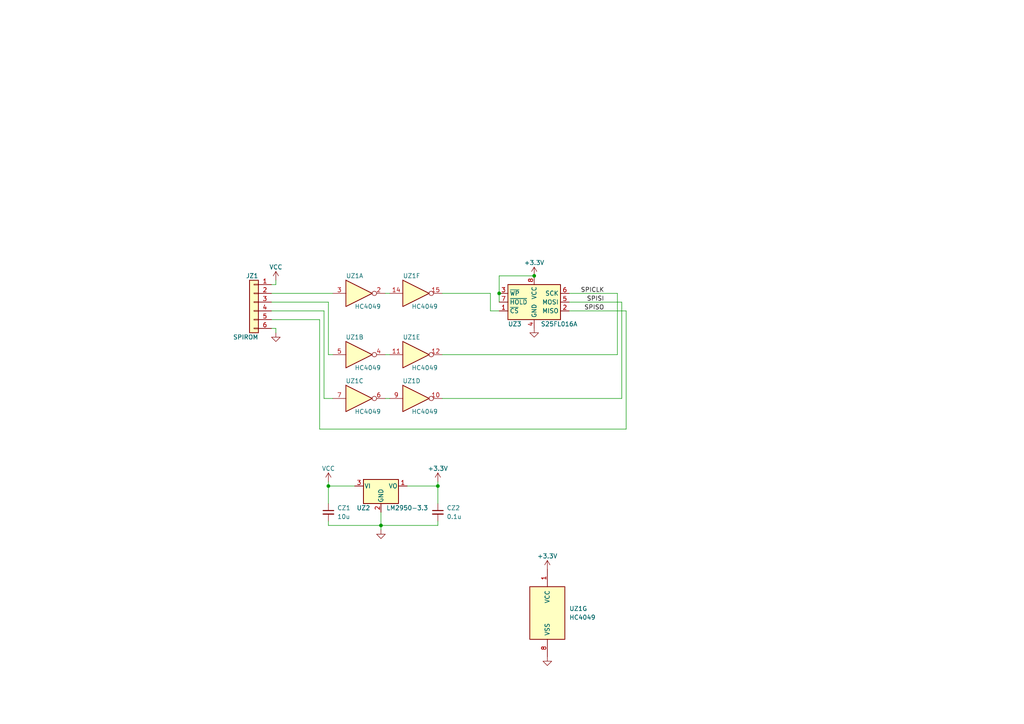
<source format=kicad_sch>
(kicad_sch (version 20211123) (generator eeschema)
  (paper "A4")
  (lib_symbols
    (symbol "4xxx:4049" (pin_names (offset 1.016))
      (property "Reference" "U" (at 0 1.27 0))
      (property "Value" "4049" (at 0 -1.27 0))
      (symbol "4049_1_0"
        (polyline (pts (xy -3.81 3.81) (xy -3.81 -3.81) (xy 3.81 0) (xy -3.81 3.81)) (stroke (width 0.254)) (fill (type background)))
        (pin output inverted (at 7.62 0 180) (length 3.81) (name "~") (number "2"))
        (pin input line (at -7.62 0 0) (length 3.81) (name "~") (number "3"))
      )
      (symbol "4049_2_0"
        (polyline (pts (xy -3.81 3.81) (xy -3.81 -3.81) (xy 3.81 0) (xy -3.81 3.81)) (stroke (width 0.254)) (fill (type background)))
        (pin output inverted (at 7.62 0 180) (length 3.81) (name "~") (number "4"))
        (pin input line (at -7.62 0 0) (length 3.81) (name "~") (number "5"))
      )
      (symbol "4049_3_0"
        (polyline (pts (xy -3.81 3.81) (xy -3.81 -3.81) (xy 3.81 0) (xy -3.81 3.81)) (stroke (width 0.254)) (fill (type background)))
        (pin output inverted (at 7.62 0 180) (length 3.81) (name "~") (number "6"))
        (pin input line (at -7.62 0 0) (length 3.81) (name "~") (number "7"))
      )
      (symbol "4049_4_0"
        (polyline (pts (xy -3.81 3.81) (xy -3.81 -3.81) (xy 3.81 0) (xy -3.81 3.81)) (stroke (width 0.254)) (fill (type background)))
        (pin output inverted (at 7.62 0 180) (length 3.81) (name "~") (number "10"))
        (pin input line (at -7.62 0 0) (length 3.81) (name "~") (number "9"))
      )
      (symbol "4049_5_0"
        (polyline (pts (xy -3.81 3.81) (xy -3.81 -3.81) (xy 3.81 0) (xy -3.81 3.81)) (stroke (width 0.254)) (fill (type background)))
        (pin input line (at -7.62 0 0) (length 3.81) (name "~") (number "11"))
        (pin output inverted (at 7.62 0 180) (length 3.81) (name "~") (number "12"))
      )
      (symbol "4049_6_0"
        (polyline (pts (xy -3.81 3.81) (xy -3.81 -3.81) (xy 3.81 0) (xy -3.81 3.81)) (stroke (width 0.254)) (fill (type background)))
        (pin input line (at -7.62 0 0) (length 3.81) (name "~") (number "14"))
        (pin output inverted (at 7.62 0 180) (length 3.81) (name "~") (number "15"))
      )
      (symbol "4049_7_0"
        (pin power_in line (at 0 12.7 270) (length 5.08) (name "VCC") (number "1"))
        (pin power_in line (at 0 -12.7 90) (length 5.08) (name "VSS") (number "8"))
      )
      (symbol "4049_7_1"
        (rectangle (start -5.08 7.62) (end 5.08 -7.62) (stroke (width 0.254)) (fill (type background)))
      )
    )
    (symbol "Connector_Generic:Conn_01x06" (pin_names (offset 1.016) hide)
      (property "Reference" "J" (at 0 7.62 0))
      (property "Value" "Conn_01x06" (at 0 -10.16 0))
      (symbol "Conn_01x06_1_1"
        (rectangle (start -1.27 -7.493) (end 0 -7.747) (stroke (width 0.1524)))
        (rectangle (start -1.27 -4.953) (end 0 -5.207) (stroke (width 0.1524)))
        (rectangle (start -1.27 -2.413) (end 0 -2.667) (stroke (width 0.1524)))
        (rectangle (start -1.27 0.127) (end 0 -0.127) (stroke (width 0.1524)))
        (rectangle (start -1.27 2.667) (end 0 2.413) (stroke (width 0.1524)))
        (rectangle (start -1.27 5.207) (end 0 4.953) (stroke (width 0.1524)))
        (rectangle (start -1.27 6.35) (end 1.27 -8.89) (stroke (width 0.254)) (fill (type background)))
        (pin passive line (at -5.08 5.08 0) (length 3.81) (name "Pin_1") (number "1"))
        (pin passive line (at -5.08 2.54 0) (length 3.81) (name "Pin_2") (number "2"))
        (pin passive line (at -5.08 0 0) (length 3.81) (name "Pin_3") (number "3"))
        (pin passive line (at -5.08 -2.54 0) (length 3.81) (name "Pin_4") (number "4"))
        (pin passive line (at -5.08 -5.08 0) (length 3.81) (name "Pin_5") (number "5"))
        (pin passive line (at -5.08 -7.62 0) (length 3.81) (name "Pin_6") (number "6"))
      )
    )
    (symbol "Device:C_Small" (pin_numbers hide) (pin_names (offset 0.254) hide)
      (property "Reference" "C" (at 0.254 1.778 0))
      (property "Value" "C_Small" (at 0.254 -2.032 0))
      (symbol "C_Small_0_1"
        (polyline (pts (xy -1.524 -0.508) (xy 1.524 -0.508)) (stroke (width 0.3302)))
        (polyline (pts (xy -1.524 0.508) (xy 1.524 0.508)) (stroke (width 0.3048)))
      )
      (symbol "C_Small_1_1"
        (pin passive line (at 0 2.54 270) (length 2.032) (name "~") (number "1"))
        (pin passive line (at 0 -2.54 90) (length 2.032) (name "~") (number "2"))
      )
    )
    (symbol "Memory_EEPROM:25LCxxx"
      (property "Reference" "U" (at -7.62 6.35 0))
      (property "Value" "25LCxxx" (at 2.54 -6.35 0))
      (symbol "25LCxxx_1_1"
        (rectangle (start -7.62 5.08) (end 7.62 -5.08) (stroke (width 0.254)) (fill (type background)))
        (pin input line (at -10.16 -2.54 0) (length 2.54) (name "~{CS}") (number "1"))
        (pin tri_state line (at 10.16 -2.54 180) (length 2.54) (name "MISO") (number "2"))
        (pin input line (at -10.16 2.54 0) (length 2.54) (name "~{WP}") (number "3"))
        (pin power_in line (at 0 -7.62 90) (length 2.54) (name "GND") (number "4"))
        (pin input line (at 10.16 0 180) (length 2.54) (name "MOSI") (number "5"))
        (pin input line (at 10.16 2.54 180) (length 2.54) (name "SCK") (number "6"))
        (pin input line (at -10.16 0 0) (length 2.54) (name "~{HOLD}") (number "7"))
        (pin power_in line (at 0 7.62 270) (length 2.54) (name "VCC") (number "8"))
      )
    )
    (symbol "Regulator_Linear:LP2950-3.3_TO92" (pin_names (offset 0.254))
      (property "Reference" "U" (at -3.81 3.175 0))
      (property "Value" "LP2950-3.3_TO92" (at 0 3.175 0))
      (symbol "LP2950-3.3_TO92_0_1"
        (rectangle (start -5.08 -5.08) (end 5.08 1.905) (stroke (width 0.254)) (fill (type background)))
      )
      (symbol "LP2950-3.3_TO92_1_1"
        (pin power_out line (at 7.62 0 180) (length 2.54) (name "VO") (number "1"))
        (pin power_in line (at 0 -7.62 90) (length 2.54) (name "GND") (number "2"))
        (pin power_in line (at -7.62 0 0) (length 2.54) (name "VI") (number "3"))
      )
    )
    (symbol "power:+3.3V" (power) (pin_names (offset 0))
      (property "Value" "+3.3V" (at 0 3.556 0))
      (symbol "+3.3V_0_1"
        (polyline (pts (xy -0.762 1.27) (xy 0 2.54)))
        (polyline (pts (xy 0 0) (xy 0 2.54)))
        (polyline (pts (xy 0 2.54) (xy 0.762 1.27)))
      )
      (symbol "+3.3V_1_1"
        (pin power_in line (at 0 0 90) (length 0) hide (name "+3.3V") (number "1"))
      )
    )
    (symbol "power:GND" (power) (pin_names (offset 0))
      (property "Value" "GND" (at 0 -3.81 0))
      (symbol "GND_0_1"
        (polyline (pts (xy 0 0) (xy 0 -1.27) (xy 1.27 -1.27) (xy 0 -2.54) (xy -1.27 -1.27) (xy 0 -1.27)))
      )
      (symbol "GND_1_1"
        (pin power_in line (at 0 0 270) (length 0) hide (name "GND") (number "1"))
      )
    )
    (symbol "power:VCC" (power) (pin_names (offset 0))
      (property "Value" "VCC" (at 0 3.81 0))
      (symbol "VCC_0_1"
        (polyline (pts (xy -0.762 1.27) (xy 0 2.54)))
        (polyline (pts (xy 0 0) (xy 0 2.54)))
        (polyline (pts (xy 0 2.54) (xy 0.762 1.27)))
      )
      (symbol "VCC_1_1"
        (pin power_in line (at 0 0 90) (length 0) hide (name "VCC") (number "1"))
      )
    )
  )
  (junction (at 127 140.97))
  (junction (at 95.25 140.97))
  (junction (at 144.78 85.09))
  (junction (at 110.49 152.4))
  (junction (at 154.94 80.01))
  (wire (pts (xy 165.1 85.09) (xy 179.07 85.09)))
  (wire (pts (xy 179.07 102.87) (xy 179.07 85.09)))
  (wire (pts (xy 95.25 152.4) (xy 110.49 152.4)))
  (wire (pts (xy 93.98 90.17) (xy 93.98 115.57)))
  (wire (pts (xy 78.74 85.09) (xy 96.52 85.09)))
  (wire (pts (xy 78.74 87.63) (xy 95.25 87.63)))
  (wire (pts (xy 142.24 85.09) (xy 142.24 90.17)))
  (wire (pts (xy 113.03 115.57) (xy 111.76 115.57)))
  (wire (pts (xy 144.78 80.01) (xy 144.78 85.09)))
  (wire (pts (xy 180.34 115.57) (xy 180.34 87.63)))
  (wire (pts (xy 154.94 80.01) (xy 144.78 80.01)))
  (wire (pts (xy 113.03 85.09) (xy 111.76 85.09)))
  (wire (pts (xy 78.74 90.17) (xy 93.98 90.17)))
  (wire (pts (xy 80.01 82.55) (xy 80.01 81.28)))
  (wire (pts (xy 128.27 115.57) (xy 180.34 115.57)))
  (wire (pts (xy 165.1 87.63) (xy 180.34 87.63)))
  (wire (pts (xy 110.49 152.4) (xy 110.49 148.59)))
  (wire (pts (xy 78.74 92.71) (xy 92.71 92.71)))
  (wire (pts (xy 127 152.4) (xy 110.49 152.4)))
  (wire (pts (xy 92.71 92.71) (xy 92.71 124.46)))
  (wire (pts (xy 95.25 140.97) (xy 95.25 146.05)))
  (wire (pts (xy 78.74 95.25) (xy 80.01 95.25)))
  (wire (pts (xy 128.27 102.87) (xy 179.07 102.87)))
  (wire (pts (xy 113.03 102.87) (xy 111.76 102.87)))
  (wire (pts (xy 95.25 139.7) (xy 95.25 140.97)))
  (wire (pts (xy 110.49 153.67) (xy 110.49 152.4)))
  (wire (pts (xy 78.74 82.55) (xy 80.01 82.55)))
  (wire (pts (xy 142.24 90.17) (xy 144.78 90.17)))
  (wire (pts (xy 93.98 115.57) (xy 96.52 115.57)))
  (wire (pts (xy 127 140.97) (xy 127 146.05)))
  (wire (pts (xy 95.25 87.63) (xy 95.25 102.87)))
  (wire (pts (xy 144.78 85.09) (xy 144.78 87.63)))
  (wire (pts (xy 127 151.13) (xy 127 152.4)))
  (wire (pts (xy 118.11 140.97) (xy 127 140.97)))
  (wire (pts (xy 127 139.7) (xy 127 140.97)))
  (wire (pts (xy 128.27 85.09) (xy 142.24 85.09)))
  (wire (pts (xy 95.25 151.13) (xy 95.25 152.4)))
  (wire (pts (xy 95.25 140.97) (xy 102.87 140.97)))
  (wire (pts (xy 181.61 124.46) (xy 181.61 90.17)))
  (wire (pts (xy 165.1 90.17) (xy 181.61 90.17)))
  (wire (pts (xy 95.25 102.87) (xy 96.52 102.87)))
  (wire (pts (xy 80.01 95.25) (xy 80.01 96.52)))
  (wire (pts (xy 92.71 124.46) (xy 181.61 124.46)))
  (label "SPICLK" (at 175.26 85.09 180))
  (label "SPISO" (at 175.26 90.17 180))
  (label "SPISI" (at 175.26 87.63 180))
  (symbol (lib_id "4xxx:4049") (at 104.14 115.57 0) (unit 3)
    (property "Reference" "UZ1" (at 102.87 110.49 0))
    (property "Value" "HC4049" (at 106.68 119.38 0))
    (property "Datasheet" "http://www.intersil.com/content/dam/intersil/documents/cd40/cd4049ubms.pdf" (effects hide))
  )
  (symbol (lib_id "power:GND") (at 158.75 190.5 0) (unit 1)
    (property "Reference" "#PWR?" (effects hide))
    (property "Value" "GND" (effects hide))
  )
  (symbol (lib_id "4xxx:4049") (at 120.65 115.57 0) (unit 4)
    (property "Reference" "UZ1" (at 119.38 110.49 0))
    (property "Value" "HC4049" (at 123.19 119.38 0))
    (property "Datasheet" "http://www.intersil.com/content/dam/intersil/documents/cd40/cd4049ubms.pdf" (effects hide))
  )
  (symbol (lib_id "power:VCC") (at 80.01 81.28 0) (mirror y) (unit 1)
    (property "Reference" "#PWR?" (effects hide))
    (property "Value" "VCC" (at 80.01 77.47 0))
  )
  (symbol (lib_id "Device:C_Small") (at 95.25 148.59 0) (unit 1)
    (property "Reference" "CZ1" (at 97.79 147.3262 0) (effects (justify left)))
    (property "Value" "10u" (at 97.79 149.8662 0) (effects (justify left)))
  )
  (symbol (lib_id "4xxx:4049") (at 120.65 85.09 0) (unit 6)
    (property "Reference" "UZ1" (at 119.38 80.01 0))
    (property "Value" "HC4049" (at 123.19 88.9 0))
    (property "Datasheet" "http://www.intersil.com/content/dam/intersil/documents/cd40/cd4049ubms.pdf" (effects hide))
  )
  (symbol (lib_id "power:GND") (at 154.94 95.25 0) (unit 1)
    (property "Reference" "#PWR?" (effects hide))
    (property "Value" "GND" (effects hide))
  )
  (symbol (lib_id "4xxx:4049") (at 158.75 177.8 0) (unit 7)
    (property "Reference" "UZ1" (at 165.1 176.5299 0) (effects (justify left)))
    (property "Value" "HC4049" (at 165.1 179.0699 0) (effects (justify left)))
    (property "Datasheet" "http://www.intersil.com/content/dam/intersil/documents/cd40/cd4049ubms.pdf" (effects hide))
  )
  (symbol (lib_id "power:GND") (at 80.01 96.52 0) (unit 1)
    (property "Reference" "#PWR?" (effects hide))
    (property "Value" "GND" (effects hide))
  )
  (symbol (lib_id "power:+3.3V") (at 154.94 80.01 0) (unit 1)
    (property "Reference" "#PWR?" (effects hide))
    (property "Value" "+3.3V" (at 154.94 76.2 0))
  )
  (symbol (lib_id "Connector_Generic:Conn_01x06") (at 73.66 87.63 0) (mirror y) (unit 1)
    (property "Reference" "JZ1" (at 74.93 80.01 0) (effects (justify left)))
    (property "Value" "SPIROM" (at 74.93 97.79 0) (effects (justify left)))
  )
  (symbol (lib_id "Memory_EEPROM:25LCxxx") (at 154.94 87.63 0) (unit 1)
    (property "Reference" "UZ3" (at 147.32 93.98 0) (effects (justify left)))
    (property "Value" "S25FL016A" (at 156.845 93.98 0) (effects (justify left)))
    (property "Datasheet" "http://ww1.microchip.com/downloads/en/DeviceDoc/21832H.pdf" (effects hide))
  )
  (symbol (lib_id "Regulator_Linear:LP2950-3.3_TO92") (at 110.49 140.97 0) (unit 1)
    (property "Reference" "UZ2" (at 105.41 147.32 0))
    (property "Value" "LM2950-3.3" (at 118.11 147.32 0))
    (property "Footprint" "Package_TO_SOT_THT:TO-92_Inline" (effects hide))
    (property "Datasheet" "http://www.ti.com/lit/ds/symlink/lp2950.pdf" (effects hide))
  )
  (symbol (lib_id "4xxx:4049") (at 104.14 85.09 0) (unit 1)
    (property "Reference" "UZ1" (at 102.87 80.01 0))
    (property "Value" "HC4049" (at 106.68 88.9 0))
    (property "Datasheet" "http://www.intersil.com/content/dam/intersil/documents/cd40/cd4049ubms.pdf" (effects hide))
  )
  (symbol (lib_id "power:VCC") (at 95.25 139.7 0) (mirror y) (unit 1)
    (property "Reference" "#PWR?" (effects hide))
    (property "Value" "VCC" (at 95.25 135.89 0))
  )
  (symbol (lib_id "4xxx:4049") (at 120.65 102.87 0) (unit 5)
    (property "Reference" "UZ1" (at 119.38 97.79 0))
    (property "Value" "HC4049" (at 123.19 106.68 0))
    (property "Datasheet" "http://www.intersil.com/content/dam/intersil/documents/cd40/cd4049ubms.pdf" (effects hide))
  )
  (symbol (lib_id "4xxx:4049") (at 104.14 102.87 0) (unit 2)
    (property "Reference" "UZ1" (at 102.87 97.79 0))
    (property "Value" "HC4049" (at 106.68 106.68 0))
    (property "Datasheet" "http://www.intersil.com/content/dam/intersil/documents/cd40/cd4049ubms.pdf" (effects hide))
  )
  (symbol (lib_id "Device:C_Small") (at 127 148.59 0) (unit 1)
    (property "Reference" "CZ2" (at 129.54 147.3262 0) (effects (justify left)))
    (property "Value" "0.1u" (at 129.54 149.8662 0) (effects (justify left)))
  )
  (symbol (lib_id "power:GND") (at 110.49 153.67 0) (unit 1)
    (property "Reference" "#PWR?" (effects hide))
    (property "Value" "GND" (effects hide))
  )
  (symbol (lib_id "power:+3.3V") (at 127 139.7 0) (unit 1)
    (property "Reference" "#PWR?" (effects hide))
    (property "Value" "+3.3V" (at 127 135.89 0))
  )
  (symbol (lib_id "power:+3.3V") (at 158.75 165.1 0) (unit 1)
    (property "Reference" "#PWR?" (effects hide))
    (property "Value" "+3.3V" (at 158.75 161.29 0))
  )
)
</source>
